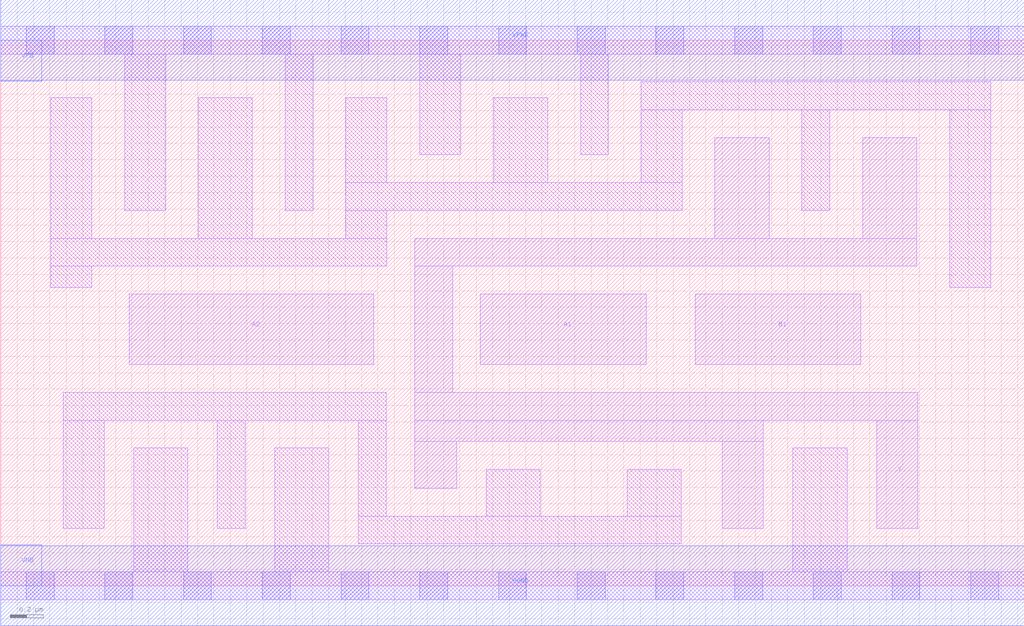
<source format=lef>
# Copyright 2020 The SkyWater PDK Authors
#
# Licensed under the Apache License, Version 2.0 (the "License");
# you may not use this file except in compliance with the License.
# You may obtain a copy of the License at
#
#     https://www.apache.org/licenses/LICENSE-2.0
#
# Unless required by applicable law or agreed to in writing, software
# distributed under the License is distributed on an "AS IS" BASIS,
# WITHOUT WARRANTIES OR CONDITIONS OF ANY KIND, either express or implied.
# See the License for the specific language governing permissions and
# limitations under the License.
#
# SPDX-License-Identifier: Apache-2.0

VERSION 5.5 ;
NAMESCASESENSITIVE ON ;
BUSBITCHARS "[]" ;
DIVIDERCHAR "/" ;
MACRO sky130_fd_sc_hs__a21oi_4
  CLASS CORE ;
  SOURCE USER ;
  ORIGIN  0.000000  0.000000 ;
  SIZE  6.240000 BY  3.330000 ;
  SYMMETRY X Y ;
  SITE unit ;
  PIN A1
    ANTENNAGATEAREA  1.116000 ;
    DIRECTION INPUT ;
    USE SIGNAL ;
    PORT
      LAYER li1 ;
        RECT 2.925000 1.350000 3.935000 1.780000 ;
    END
  END A1
  PIN A2
    ANTENNAGATEAREA  1.116000 ;
    DIRECTION INPUT ;
    USE SIGNAL ;
    PORT
      LAYER li1 ;
        RECT 0.785000 1.350000 2.275000 1.780000 ;
    END
  END A2
  PIN B1
    ANTENNAGATEAREA  0.894000 ;
    DIRECTION INPUT ;
    USE SIGNAL ;
    PORT
      LAYER li1 ;
        RECT 4.235000 1.350000 5.245000 1.780000 ;
    END
  END B1
  PIN Y
    ANTENNADIFFAREA  1.478600 ;
    DIRECTION OUTPUT ;
    USE SIGNAL ;
    PORT
      LAYER li1 ;
        RECT 2.525000 0.595000 2.780000 0.880000 ;
        RECT 2.525000 0.880000 4.650000 1.010000 ;
        RECT 2.525000 1.010000 5.590000 1.180000 ;
        RECT 2.525000 1.180000 2.755000 1.950000 ;
        RECT 2.525000 1.950000 5.585000 2.120000 ;
        RECT 4.355000 2.120000 4.685000 2.735000 ;
        RECT 4.400000 0.350000 4.650000 0.880000 ;
        RECT 5.255000 2.120000 5.585000 2.735000 ;
        RECT 5.340000 0.350000 5.590000 1.010000 ;
    END
  END Y
  PIN VGND
    DIRECTION INOUT ;
    USE GROUND ;
    PORT
      LAYER met1 ;
        RECT 0.000000 -0.245000 6.240000 0.245000 ;
    END
  END VGND
  PIN VNB
    DIRECTION INOUT ;
    USE GROUND ;
    PORT
      LAYER met1 ;
        RECT 0.000000 0.000000 0.250000 0.250000 ;
    END
  END VNB
  PIN VPB
    DIRECTION INOUT ;
    USE POWER ;
    PORT
      LAYER met1 ;
        RECT 0.000000 3.080000 0.250000 3.330000 ;
    END
  END VPB
  PIN VPWR
    DIRECTION INOUT ;
    USE POWER ;
    PORT
      LAYER met1 ;
        RECT 0.000000 3.085000 6.240000 3.575000 ;
    END
  END VPWR
  OBS
    LAYER li1 ;
      RECT 0.000000 -0.085000 6.240000 0.085000 ;
      RECT 0.000000  3.245000 6.240000 3.415000 ;
      RECT 0.305000  1.820000 0.555000 1.950000 ;
      RECT 0.305000  1.950000 2.355000 2.120000 ;
      RECT 0.305000  2.120000 0.555000 2.980000 ;
      RECT 0.380000  0.350000 0.630000 1.010000 ;
      RECT 0.380000  1.010000 2.350000 1.180000 ;
      RECT 0.755000  2.290000 1.005000 3.245000 ;
      RECT 0.810000  0.085000 1.140000 0.840000 ;
      RECT 1.205000  2.120000 1.535000 2.980000 ;
      RECT 1.320000  0.350000 1.490000 1.010000 ;
      RECT 1.670000  0.085000 2.000000 0.840000 ;
      RECT 1.735000  2.290000 1.905000 3.245000 ;
      RECT 2.105000  2.120000 2.355000 2.290000 ;
      RECT 2.105000  2.290000 4.155000 2.460000 ;
      RECT 2.105000  2.460000 2.355000 2.980000 ;
      RECT 2.180000  0.255000 4.150000 0.425000 ;
      RECT 2.180000  0.425000 2.350000 1.010000 ;
      RECT 2.555000  2.630000 2.805000 3.245000 ;
      RECT 2.960000  0.425000 3.290000 0.710000 ;
      RECT 3.005000  2.460000 3.335000 2.980000 ;
      RECT 3.535000  2.630000 3.705000 3.245000 ;
      RECT 3.820000  0.425000 4.150000 0.710000 ;
      RECT 3.905000  2.460000 4.155000 2.905000 ;
      RECT 3.905000  2.905000 6.035000 3.075000 ;
      RECT 4.830000  0.085000 5.160000 0.840000 ;
      RECT 4.885000  2.290000 5.055000 2.905000 ;
      RECT 5.785000  1.820000 6.035000 2.905000 ;
    LAYER mcon ;
      RECT 0.155000 -0.085000 0.325000 0.085000 ;
      RECT 0.155000  3.245000 0.325000 3.415000 ;
      RECT 0.635000 -0.085000 0.805000 0.085000 ;
      RECT 0.635000  3.245000 0.805000 3.415000 ;
      RECT 1.115000 -0.085000 1.285000 0.085000 ;
      RECT 1.115000  3.245000 1.285000 3.415000 ;
      RECT 1.595000 -0.085000 1.765000 0.085000 ;
      RECT 1.595000  3.245000 1.765000 3.415000 ;
      RECT 2.075000 -0.085000 2.245000 0.085000 ;
      RECT 2.075000  3.245000 2.245000 3.415000 ;
      RECT 2.555000 -0.085000 2.725000 0.085000 ;
      RECT 2.555000  3.245000 2.725000 3.415000 ;
      RECT 3.035000 -0.085000 3.205000 0.085000 ;
      RECT 3.035000  3.245000 3.205000 3.415000 ;
      RECT 3.515000 -0.085000 3.685000 0.085000 ;
      RECT 3.515000  3.245000 3.685000 3.415000 ;
      RECT 3.995000 -0.085000 4.165000 0.085000 ;
      RECT 3.995000  3.245000 4.165000 3.415000 ;
      RECT 4.475000 -0.085000 4.645000 0.085000 ;
      RECT 4.475000  3.245000 4.645000 3.415000 ;
      RECT 4.955000 -0.085000 5.125000 0.085000 ;
      RECT 4.955000  3.245000 5.125000 3.415000 ;
      RECT 5.435000 -0.085000 5.605000 0.085000 ;
      RECT 5.435000  3.245000 5.605000 3.415000 ;
      RECT 5.915000 -0.085000 6.085000 0.085000 ;
      RECT 5.915000  3.245000 6.085000 3.415000 ;
  END
END sky130_fd_sc_hs__a21oi_4
END LIBRARY

</source>
